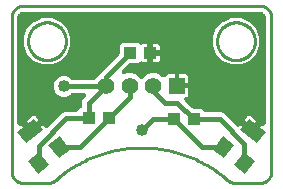
<source format=gtl>
G04 EAGLE Gerber X2 export*
G75*
%MOMM*%
%FSLAX34Y34*%
%LPD*%
%AMOC8*
5,1,8,0,0,1.08239X$1,22.5*%
G01*
%ADD10C,0.000000*%
%ADD11C,0.254000*%
%ADD12R,1.800000X1.200000*%
%ADD13R,1.200000X1.400000*%
%ADD14R,1.100000X1.000000*%
%ADD15R,1.409600X1.409600*%
%ADD16C,1.409600*%
%ADD17C,0.406400*%
%ADD18C,1.016000*%
%ADD19C,0.254000*%

G36*
X202998Y41898D02*
X202998Y41898D01*
X203181Y41905D01*
X203199Y41910D01*
X203216Y41911D01*
X203394Y41957D01*
X203572Y42001D01*
X203589Y42008D01*
X203606Y42013D01*
X203770Y42093D01*
X203937Y42171D01*
X203951Y42182D01*
X203967Y42190D01*
X204113Y42301D01*
X204261Y42410D01*
X204273Y42424D01*
X204287Y42435D01*
X204450Y42615D01*
X204563Y42547D01*
X204719Y42451D01*
X204736Y42444D01*
X204751Y42435D01*
X204924Y42374D01*
X205096Y42310D01*
X205114Y42307D01*
X205131Y42301D01*
X205312Y42276D01*
X205494Y42247D01*
X205512Y42247D01*
X205529Y42245D01*
X205713Y42256D01*
X205896Y42263D01*
X205913Y42267D01*
X205931Y42268D01*
X206109Y42315D01*
X206287Y42358D01*
X206303Y42366D01*
X206321Y42370D01*
X206485Y42451D01*
X206652Y42529D01*
X206666Y42539D01*
X206682Y42547D01*
X206828Y42659D01*
X206976Y42768D01*
X206988Y42781D01*
X207002Y42792D01*
X207225Y43038D01*
X211835Y49046D01*
X211905Y48991D01*
X211972Y48950D01*
X212032Y48901D01*
X212142Y48844D01*
X212248Y48779D01*
X212320Y48752D01*
X212389Y48716D01*
X212509Y48682D01*
X212625Y48638D01*
X212702Y48626D01*
X212776Y48605D01*
X212900Y48594D01*
X213022Y48575D01*
X213100Y48578D01*
X213178Y48572D01*
X213301Y48586D01*
X213425Y48591D01*
X213500Y48610D01*
X213577Y48619D01*
X213695Y48657D01*
X213816Y48686D01*
X213886Y48719D01*
X213960Y48743D01*
X214068Y48805D01*
X214181Y48857D01*
X214243Y48903D01*
X214311Y48941D01*
X214405Y49022D01*
X214505Y49096D01*
X214557Y49154D01*
X214616Y49205D01*
X214692Y49303D01*
X214775Y49394D01*
X214815Y49461D01*
X214862Y49523D01*
X214918Y49634D01*
X214981Y49740D01*
X215007Y49813D01*
X215042Y49883D01*
X215074Y50003D01*
X215115Y50120D01*
X215126Y50197D01*
X215146Y50272D01*
X215159Y50432D01*
X215172Y50519D01*
X215169Y50555D01*
X215173Y50603D01*
X215173Y140000D01*
X215165Y140078D01*
X215163Y140199D01*
X215103Y140812D01*
X215077Y140942D01*
X215060Y141074D01*
X215036Y141150D01*
X215024Y141207D01*
X214994Y141279D01*
X214958Y141390D01*
X214489Y142523D01*
X214474Y142550D01*
X214464Y142580D01*
X214379Y142728D01*
X214299Y142878D01*
X214279Y142902D01*
X214263Y142929D01*
X214049Y143182D01*
X213182Y144049D01*
X213158Y144069D01*
X213137Y144092D01*
X213002Y144196D01*
X212870Y144304D01*
X212843Y144318D01*
X212818Y144338D01*
X212523Y144489D01*
X211390Y144958D01*
X211263Y144997D01*
X211139Y145044D01*
X211061Y145058D01*
X211005Y145075D01*
X210928Y145082D01*
X210812Y145103D01*
X210199Y145163D01*
X210120Y145163D01*
X210000Y145173D01*
X10000Y145173D01*
X9922Y145165D01*
X9801Y145163D01*
X9188Y145103D01*
X9058Y145077D01*
X8926Y145060D01*
X8850Y145036D01*
X8793Y145024D01*
X8721Y144994D01*
X8610Y144958D01*
X7477Y144489D01*
X7450Y144474D01*
X7420Y144464D01*
X7272Y144379D01*
X7122Y144299D01*
X7098Y144279D01*
X7071Y144263D01*
X6818Y144049D01*
X5951Y143182D01*
X5931Y143158D01*
X5908Y143137D01*
X5804Y143002D01*
X5696Y142870D01*
X5681Y142843D01*
X5662Y142818D01*
X5511Y142523D01*
X5042Y141390D01*
X5003Y141263D01*
X4956Y141139D01*
X4942Y141060D01*
X4925Y141005D01*
X4918Y140928D01*
X4897Y140812D01*
X4837Y140199D01*
X4837Y140120D01*
X4827Y140000D01*
X4827Y50630D01*
X4834Y50553D01*
X4833Y50475D01*
X4854Y50353D01*
X4867Y50230D01*
X4889Y50155D01*
X4903Y50079D01*
X4948Y49963D01*
X4985Y49845D01*
X5022Y49776D01*
X5050Y49704D01*
X5118Y49600D01*
X5177Y49491D01*
X5226Y49431D01*
X5268Y49366D01*
X5355Y49277D01*
X5434Y49182D01*
X5495Y49133D01*
X5549Y49077D01*
X5651Y49007D01*
X5748Y48929D01*
X5817Y48893D01*
X5881Y48849D01*
X5995Y48801D01*
X6105Y48744D01*
X6180Y48722D01*
X6252Y48692D01*
X6373Y48667D01*
X6492Y48632D01*
X6570Y48626D01*
X6646Y48610D01*
X6770Y48610D01*
X6894Y48599D01*
X6971Y48608D01*
X7048Y48608D01*
X7170Y48632D01*
X7293Y48646D01*
X7367Y48670D01*
X7444Y48685D01*
X7558Y48733D01*
X7676Y48771D01*
X7744Y48809D01*
X7816Y48839D01*
X7951Y48926D01*
X8027Y48969D01*
X8055Y48993D01*
X8095Y49019D01*
X8129Y49046D01*
X12739Y43038D01*
X12751Y43025D01*
X12761Y43010D01*
X12889Y42878D01*
X13015Y42744D01*
X13029Y42734D01*
X13042Y42721D01*
X13194Y42617D01*
X13343Y42511D01*
X13359Y42504D01*
X13374Y42493D01*
X13544Y42421D01*
X13710Y42347D01*
X13728Y42343D01*
X13744Y42336D01*
X13924Y42299D01*
X14103Y42258D01*
X14121Y42258D01*
X14138Y42254D01*
X14322Y42253D01*
X14506Y42249D01*
X14523Y42252D01*
X14541Y42252D01*
X14722Y42287D01*
X14902Y42319D01*
X14919Y42326D01*
X14936Y42329D01*
X15106Y42399D01*
X15277Y42467D01*
X15292Y42476D01*
X15308Y42483D01*
X15513Y42615D01*
X15604Y42521D01*
X15730Y42387D01*
X15744Y42376D01*
X15757Y42364D01*
X15908Y42260D01*
X16058Y42153D01*
X16074Y42146D01*
X16089Y42136D01*
X16258Y42064D01*
X16425Y41989D01*
X16443Y41985D01*
X16459Y41978D01*
X16639Y41941D01*
X16818Y41901D01*
X16836Y41900D01*
X16853Y41897D01*
X17037Y41896D01*
X17221Y41892D01*
X17238Y41895D01*
X17256Y41895D01*
X17437Y41930D01*
X17617Y41962D01*
X17634Y41969D01*
X17651Y41972D01*
X17821Y42042D01*
X17992Y42109D01*
X18007Y42119D01*
X18023Y42126D01*
X18302Y42305D01*
X26690Y48742D01*
X27673Y47460D01*
X27776Y47350D01*
X27874Y47236D01*
X27914Y47204D01*
X27949Y47167D01*
X28071Y47079D01*
X28189Y46986D01*
X28235Y46963D01*
X28277Y46933D01*
X28414Y46872D01*
X28548Y46804D01*
X28598Y46790D01*
X28644Y46769D01*
X28791Y46736D01*
X28936Y46696D01*
X28987Y46692D01*
X29037Y46681D01*
X29187Y46677D01*
X29338Y46666D01*
X29389Y46673D01*
X29439Y46671D01*
X29587Y46698D01*
X29737Y46717D01*
X29786Y46733D01*
X29836Y46742D01*
X29976Y46797D01*
X30119Y46845D01*
X30163Y46870D01*
X30211Y46889D01*
X30337Y46971D01*
X30468Y47046D01*
X30512Y47083D01*
X30549Y47107D01*
X30610Y47167D01*
X30721Y47260D01*
X42808Y59348D01*
X44862Y60199D01*
X54377Y60199D01*
X54404Y60201D01*
X54431Y60199D01*
X54605Y60221D01*
X54778Y60239D01*
X54803Y60246D01*
X54830Y60250D01*
X54996Y60305D01*
X55163Y60357D01*
X55186Y60370D01*
X55212Y60378D01*
X55363Y60465D01*
X55517Y60549D01*
X55537Y60566D01*
X55561Y60579D01*
X55814Y60794D01*
X58614Y63594D01*
X58772Y63683D01*
X58934Y63771D01*
X58947Y63782D01*
X58963Y63791D01*
X59102Y63911D01*
X59243Y64028D01*
X59254Y64042D01*
X59268Y64054D01*
X59380Y64199D01*
X59495Y64342D01*
X59503Y64358D01*
X59514Y64372D01*
X59596Y64537D01*
X59681Y64699D01*
X59686Y64716D01*
X59694Y64732D01*
X59741Y64911D01*
X59792Y65086D01*
X59794Y65104D01*
X59798Y65121D01*
X59825Y65452D01*
X59825Y68840D01*
X60676Y70894D01*
X62514Y72732D01*
X62520Y72739D01*
X62527Y72744D01*
X62647Y72894D01*
X62769Y73043D01*
X62773Y73051D01*
X62779Y73058D01*
X62867Y73228D01*
X62958Y73399D01*
X62960Y73408D01*
X62964Y73415D01*
X63017Y73600D01*
X63073Y73785D01*
X63073Y73794D01*
X63076Y73802D01*
X63091Y73993D01*
X63109Y74186D01*
X63108Y74195D01*
X63109Y74204D01*
X63086Y74393D01*
X63066Y74586D01*
X63063Y74595D01*
X63062Y74603D01*
X63002Y74785D01*
X62944Y74970D01*
X62940Y74978D01*
X62937Y74986D01*
X62843Y75153D01*
X62749Y75322D01*
X62743Y75329D01*
X62739Y75337D01*
X62614Y75482D01*
X62489Y75629D01*
X62482Y75635D01*
X62476Y75642D01*
X62324Y75759D01*
X62173Y75879D01*
X62165Y75883D01*
X62158Y75888D01*
X61986Y75974D01*
X61814Y76061D01*
X61805Y76064D01*
X61797Y76068D01*
X61611Y76118D01*
X61426Y76169D01*
X61417Y76170D01*
X61408Y76172D01*
X61078Y76199D01*
X51663Y76199D01*
X51636Y76197D01*
X51610Y76199D01*
X51436Y76177D01*
X51262Y76159D01*
X51237Y76152D01*
X51210Y76148D01*
X51044Y76093D01*
X50877Y76041D01*
X50854Y76028D01*
X50828Y76020D01*
X50677Y75933D01*
X50523Y75849D01*
X50503Y75832D01*
X50480Y75819D01*
X50227Y75604D01*
X49088Y74466D01*
X45914Y73151D01*
X42478Y73151D01*
X39304Y74466D01*
X36874Y76896D01*
X35559Y80070D01*
X35559Y83506D01*
X36874Y86680D01*
X39304Y89110D01*
X42478Y90425D01*
X45914Y90425D01*
X49088Y89110D01*
X50227Y87972D01*
X50247Y87955D01*
X50265Y87934D01*
X50403Y87827D01*
X50538Y87717D01*
X50562Y87704D01*
X50583Y87688D01*
X50740Y87610D01*
X50894Y87528D01*
X50919Y87520D01*
X50943Y87508D01*
X51113Y87463D01*
X51280Y87413D01*
X51306Y87411D01*
X51332Y87404D01*
X51663Y87377D01*
X69251Y87377D01*
X69273Y87379D01*
X69295Y87377D01*
X69473Y87399D01*
X69651Y87417D01*
X69673Y87423D01*
X69695Y87426D01*
X69866Y87482D01*
X70036Y87535D01*
X70056Y87545D01*
X70077Y87552D01*
X70233Y87641D01*
X70390Y87727D01*
X70407Y87741D01*
X70427Y87752D01*
X70562Y87870D01*
X70700Y87984D01*
X70714Y88002D01*
X70730Y88016D01*
X70815Y88126D01*
X73975Y91286D01*
X74041Y91314D01*
X74064Y91326D01*
X74090Y91335D01*
X74241Y91421D01*
X74396Y91504D01*
X74416Y91521D01*
X74440Y91534D01*
X74571Y91649D01*
X74706Y91760D01*
X74723Y91781D01*
X74743Y91799D01*
X74850Y91937D01*
X74960Y92073D01*
X74972Y92097D01*
X74989Y92118D01*
X75140Y92413D01*
X75244Y92664D01*
X90814Y108234D01*
X90831Y108255D01*
X90852Y108272D01*
X90959Y108410D01*
X91069Y108546D01*
X91082Y108569D01*
X91098Y108590D01*
X91176Y108747D01*
X91258Y108901D01*
X91266Y108927D01*
X91278Y108951D01*
X91323Y109120D01*
X91373Y109287D01*
X91375Y109314D01*
X91382Y109340D01*
X91409Y109670D01*
X91409Y116455D01*
X93493Y118539D01*
X107439Y118539D01*
X108389Y117589D01*
X108509Y117491D01*
X108624Y117387D01*
X108664Y117363D01*
X108700Y117334D01*
X108837Y117261D01*
X108971Y117182D01*
X109015Y117167D01*
X109056Y117145D01*
X109205Y117101D01*
X109351Y117050D01*
X109397Y117044D01*
X109442Y117031D01*
X109597Y117017D01*
X109750Y116995D01*
X109797Y116998D01*
X109843Y116994D01*
X109997Y117011D01*
X110152Y117021D01*
X110197Y117033D01*
X110243Y117038D01*
X110391Y117084D01*
X110541Y117124D01*
X110588Y117147D01*
X110627Y117159D01*
X110703Y117201D01*
X110841Y117266D01*
X110985Y117350D01*
X111631Y117523D01*
X114967Y117523D01*
X114967Y110450D01*
X114968Y110432D01*
X114967Y110415D01*
X114988Y110232D01*
X115007Y110050D01*
X115012Y110033D01*
X115014Y110015D01*
X115027Y109974D01*
X115000Y109880D01*
X114998Y109862D01*
X114994Y109845D01*
X114967Y109514D01*
X114967Y102441D01*
X111631Y102441D01*
X110985Y102614D01*
X110841Y102698D01*
X110699Y102762D01*
X110561Y102832D01*
X110517Y102844D01*
X110474Y102864D01*
X110323Y102898D01*
X110173Y102940D01*
X110127Y102943D01*
X110082Y102954D01*
X109927Y102958D01*
X109772Y102969D01*
X109726Y102963D01*
X109679Y102965D01*
X109526Y102938D01*
X109372Y102919D01*
X109328Y102904D01*
X109282Y102896D01*
X109138Y102840D01*
X108991Y102791D01*
X108950Y102767D01*
X108907Y102751D01*
X108776Y102667D01*
X108642Y102590D01*
X108602Y102556D01*
X108568Y102534D01*
X108505Y102474D01*
X108389Y102375D01*
X107439Y101425D01*
X100654Y101425D01*
X100628Y101423D01*
X100601Y101425D01*
X100427Y101403D01*
X100254Y101385D01*
X100228Y101378D01*
X100202Y101374D01*
X100036Y101319D01*
X99869Y101267D01*
X99845Y101254D01*
X99820Y101246D01*
X99668Y101159D01*
X99515Y101075D01*
X99494Y101058D01*
X99471Y101045D01*
X99218Y100830D01*
X93853Y95466D01*
X93851Y95462D01*
X93847Y95459D01*
X93722Y95306D01*
X93598Y95154D01*
X93596Y95150D01*
X93593Y95147D01*
X93499Y94968D01*
X93410Y94799D01*
X93409Y94794D01*
X93406Y94790D01*
X93351Y94600D01*
X93295Y94413D01*
X93295Y94408D01*
X93293Y94404D01*
X93277Y94211D01*
X93259Y94012D01*
X93259Y94007D01*
X93259Y94003D01*
X93280Y93813D01*
X93302Y93611D01*
X93303Y93607D01*
X93304Y93603D01*
X93363Y93420D01*
X93424Y93228D01*
X93426Y93224D01*
X93427Y93219D01*
X93523Y93047D01*
X93618Y92875D01*
X93621Y92872D01*
X93623Y92868D01*
X93753Y92716D01*
X93879Y92568D01*
X93882Y92565D01*
X93885Y92562D01*
X94041Y92440D01*
X94195Y92319D01*
X94199Y92317D01*
X94202Y92314D01*
X94379Y92225D01*
X94554Y92136D01*
X94558Y92135D01*
X94562Y92133D01*
X94752Y92081D01*
X94942Y92028D01*
X94946Y92028D01*
X94950Y92027D01*
X95143Y92014D01*
X95343Y91999D01*
X95348Y92000D01*
X95352Y91999D01*
X95545Y92024D01*
X95743Y92049D01*
X95747Y92051D01*
X95751Y92051D01*
X96067Y92153D01*
X97873Y92901D01*
X102091Y92901D01*
X105989Y91286D01*
X108546Y88730D01*
X108560Y88718D01*
X108571Y88705D01*
X108715Y88591D01*
X108857Y88475D01*
X108873Y88466D01*
X108887Y88455D01*
X109051Y88372D01*
X109213Y88286D01*
X109230Y88281D01*
X109246Y88273D01*
X109423Y88223D01*
X109599Y88171D01*
X109617Y88170D01*
X109634Y88165D01*
X109817Y88151D01*
X110000Y88135D01*
X110018Y88137D01*
X110035Y88135D01*
X110217Y88158D01*
X110400Y88178D01*
X110417Y88184D01*
X110435Y88186D01*
X110609Y88244D01*
X110784Y88300D01*
X110800Y88308D01*
X110816Y88314D01*
X110975Y88406D01*
X111136Y88495D01*
X111150Y88506D01*
X111165Y88515D01*
X111418Y88730D01*
X113975Y91286D01*
X117873Y92901D01*
X122091Y92901D01*
X125989Y91286D01*
X127371Y89904D01*
X127435Y89852D01*
X127492Y89793D01*
X127590Y89725D01*
X127683Y89649D01*
X127755Y89611D01*
X127823Y89564D01*
X127933Y89517D01*
X128038Y89461D01*
X128117Y89437D01*
X128193Y89405D01*
X128309Y89380D01*
X128424Y89346D01*
X128506Y89338D01*
X128586Y89321D01*
X128706Y89320D01*
X128825Y89309D01*
X128907Y89318D01*
X128989Y89317D01*
X129107Y89340D01*
X129225Y89353D01*
X129304Y89378D01*
X129385Y89393D01*
X129495Y89438D01*
X129609Y89474D01*
X129681Y89514D01*
X129757Y89545D01*
X129857Y89611D01*
X129962Y89669D01*
X130024Y89722D01*
X130093Y89768D01*
X130177Y89852D01*
X130269Y89930D01*
X130320Y89994D01*
X130378Y90052D01*
X130464Y90177D01*
X130518Y90245D01*
X130537Y90282D01*
X130567Y90325D01*
X130901Y90904D01*
X131374Y91377D01*
X131953Y91712D01*
X132599Y91885D01*
X137951Y91885D01*
X137951Y82296D01*
X137952Y82279D01*
X137951Y82261D01*
X137972Y82078D01*
X137990Y81896D01*
X137996Y81879D01*
X137998Y81861D01*
X138055Y81686D01*
X138109Y81511D01*
X138117Y81495D01*
X138123Y81478D01*
X138213Y81318D01*
X138300Y81157D01*
X138312Y81143D01*
X138321Y81128D01*
X138441Y80988D01*
X138558Y80848D01*
X138558Y80847D01*
X138559Y80847D01*
X138572Y80836D01*
X138584Y80823D01*
X138584Y80822D01*
X138729Y80710D01*
X138872Y80595D01*
X138888Y80586D01*
X138902Y80576D01*
X139067Y80494D01*
X139230Y80409D01*
X139247Y80404D01*
X139263Y80396D01*
X139441Y80348D01*
X139617Y80298D01*
X139634Y80296D01*
X139652Y80292D01*
X139982Y80265D01*
X149571Y80265D01*
X149571Y74913D01*
X149398Y74267D01*
X149063Y73688D01*
X148590Y73215D01*
X148011Y72880D01*
X147790Y72821D01*
X147653Y72769D01*
X147513Y72725D01*
X147465Y72699D01*
X147413Y72679D01*
X147289Y72601D01*
X147161Y72531D01*
X147119Y72495D01*
X147072Y72465D01*
X146965Y72364D01*
X146854Y72270D01*
X146820Y72227D01*
X146779Y72188D01*
X146695Y72069D01*
X146604Y71954D01*
X146579Y71905D01*
X146547Y71859D01*
X146488Y71726D01*
X146422Y71595D01*
X146407Y71542D01*
X146385Y71491D01*
X146353Y71348D01*
X146314Y71207D01*
X146310Y71152D01*
X146298Y71098D01*
X146295Y70952D01*
X146285Y70806D01*
X146292Y70751D01*
X146291Y70695D01*
X146317Y70552D01*
X146335Y70406D01*
X146353Y70354D01*
X146363Y70299D01*
X146417Y70163D01*
X146463Y70025D01*
X146491Y69977D01*
X146511Y69925D01*
X146591Y69803D01*
X146664Y69676D01*
X146705Y69628D01*
X146731Y69588D01*
X146790Y69528D01*
X146879Y69423D01*
X153048Y63254D01*
X153069Y63237D01*
X153086Y63216D01*
X153224Y63109D01*
X153360Y62999D01*
X153383Y62986D01*
X153404Y62970D01*
X153561Y62892D01*
X153715Y62810D01*
X153741Y62802D01*
X153765Y62790D01*
X153934Y62745D01*
X154101Y62695D01*
X154128Y62693D01*
X154154Y62686D01*
X154484Y62659D01*
X161269Y62659D01*
X163642Y60286D01*
X163663Y60269D01*
X163680Y60248D01*
X163818Y60141D01*
X163954Y60031D01*
X163977Y60018D01*
X163999Y60002D01*
X164155Y59924D01*
X164309Y59842D01*
X164335Y59834D01*
X164359Y59822D01*
X164528Y59777D01*
X164695Y59727D01*
X164722Y59725D01*
X164748Y59718D01*
X165079Y59691D01*
X177388Y59691D01*
X179442Y58840D01*
X190015Y48267D01*
X190132Y48171D01*
X190243Y48070D01*
X190287Y48044D01*
X190327Y48011D01*
X190459Y47941D01*
X190589Y47864D01*
X190637Y47847D01*
X190682Y47823D01*
X190827Y47780D01*
X190969Y47730D01*
X191019Y47723D01*
X191068Y47708D01*
X191219Y47694D01*
X191367Y47673D01*
X191418Y47676D01*
X191469Y47672D01*
X191619Y47688D01*
X191769Y47697D01*
X191819Y47710D01*
X191869Y47715D01*
X192013Y47761D01*
X192159Y47799D01*
X192205Y47821D01*
X192253Y47837D01*
X192385Y47909D01*
X192520Y47976D01*
X192561Y48007D01*
X192606Y48031D01*
X192720Y48129D01*
X192840Y48220D01*
X192879Y48263D01*
X192913Y48292D01*
X192966Y48359D01*
X193063Y48466D01*
X193274Y48742D01*
X201662Y42305D01*
X201677Y42296D01*
X201690Y42284D01*
X201848Y42190D01*
X202004Y42093D01*
X202021Y42087D01*
X202036Y42078D01*
X202209Y42017D01*
X202381Y41953D01*
X202399Y41950D01*
X202416Y41944D01*
X202598Y41918D01*
X202779Y41889D01*
X202797Y41890D01*
X202814Y41887D01*
X202998Y41898D01*
G37*
%LPC*%
G36*
X186110Y100443D02*
X186110Y100443D01*
X178922Y103421D01*
X173421Y108922D01*
X170443Y116110D01*
X170443Y123890D01*
X173421Y131078D01*
X178922Y136579D01*
X181175Y137512D01*
X181175Y137513D01*
X186078Y139544D01*
X186079Y139544D01*
X186110Y139557D01*
X193890Y139557D01*
X201078Y136579D01*
X206579Y131078D01*
X209557Y123890D01*
X209557Y116110D01*
X206579Y108922D01*
X201078Y103421D01*
X199254Y102665D01*
X194350Y100634D01*
X193890Y100443D01*
X186110Y100443D01*
G37*
%LPD*%
%LPC*%
G36*
X26110Y100443D02*
X26110Y100443D01*
X18922Y103421D01*
X13421Y108922D01*
X10443Y116110D01*
X10443Y123890D01*
X13421Y131078D01*
X18922Y136579D01*
X21175Y137512D01*
X21175Y137513D01*
X26078Y139544D01*
X26079Y139544D01*
X26110Y139557D01*
X33890Y139557D01*
X41078Y136579D01*
X46579Y131078D01*
X49557Y123890D01*
X49557Y116110D01*
X46579Y108922D01*
X41078Y103421D01*
X39254Y102665D01*
X34350Y100634D01*
X33890Y100443D01*
X26110Y100443D01*
G37*
%LPD*%
%LPC*%
G36*
X142013Y84327D02*
X142013Y84327D01*
X142013Y91885D01*
X147365Y91885D01*
X148011Y91712D01*
X148590Y91377D01*
X149063Y90904D01*
X149398Y90325D01*
X149571Y89679D01*
X149571Y84327D01*
X142013Y84327D01*
G37*
%LPD*%
%LPC*%
G36*
X196926Y53501D02*
X196926Y53501D01*
X198956Y56147D01*
X199487Y56554D01*
X200105Y56810D01*
X200768Y56897D01*
X201432Y56810D01*
X202050Y56554D01*
X207076Y52697D01*
X203702Y48301D01*
X196926Y53501D01*
G37*
%LPD*%
%LPC*%
G36*
X12888Y52697D02*
X12888Y52697D01*
X17914Y56554D01*
X18532Y56810D01*
X19196Y56897D01*
X19859Y56810D01*
X20477Y56554D01*
X21008Y56147D01*
X23038Y53501D01*
X16262Y48301D01*
X12888Y52697D01*
G37*
%LPD*%
%LPC*%
G36*
X119965Y112481D02*
X119965Y112481D01*
X119965Y117523D01*
X123301Y117523D01*
X123947Y117350D01*
X124526Y117015D01*
X124999Y116542D01*
X125334Y115963D01*
X125507Y115316D01*
X125507Y112481D01*
X119965Y112481D01*
G37*
%LPD*%
%LPC*%
G36*
X119965Y102441D02*
X119965Y102441D01*
X119965Y107483D01*
X125507Y107483D01*
X125507Y104647D01*
X125334Y104001D01*
X124999Y103422D01*
X124526Y102949D01*
X123947Y102614D01*
X123301Y102441D01*
X119965Y102441D01*
G37*
%LPD*%
D10*
X174000Y120000D02*
X174005Y120393D01*
X174019Y120785D01*
X174043Y121177D01*
X174077Y121568D01*
X174120Y121959D01*
X174173Y122348D01*
X174236Y122735D01*
X174307Y123121D01*
X174389Y123506D01*
X174479Y123888D01*
X174580Y124267D01*
X174689Y124645D01*
X174808Y125019D01*
X174935Y125390D01*
X175072Y125758D01*
X175218Y126123D01*
X175373Y126484D01*
X175536Y126841D01*
X175708Y127194D01*
X175889Y127542D01*
X176079Y127886D01*
X176276Y128226D01*
X176482Y128560D01*
X176696Y128889D01*
X176919Y129213D01*
X177149Y129531D01*
X177386Y129844D01*
X177632Y130150D01*
X177885Y130451D01*
X178145Y130745D01*
X178412Y131033D01*
X178686Y131314D01*
X178967Y131588D01*
X179255Y131855D01*
X179549Y132115D01*
X179850Y132368D01*
X180156Y132614D01*
X180469Y132851D01*
X180787Y133081D01*
X181111Y133304D01*
X181440Y133518D01*
X181774Y133724D01*
X182114Y133921D01*
X182458Y134111D01*
X182806Y134292D01*
X183159Y134464D01*
X183516Y134627D01*
X183877Y134782D01*
X184242Y134928D01*
X184610Y135065D01*
X184981Y135192D01*
X185355Y135311D01*
X185733Y135420D01*
X186112Y135521D01*
X186494Y135611D01*
X186879Y135693D01*
X187265Y135764D01*
X187652Y135827D01*
X188041Y135880D01*
X188432Y135923D01*
X188823Y135957D01*
X189215Y135981D01*
X189607Y135995D01*
X190000Y136000D01*
X190393Y135995D01*
X190785Y135981D01*
X191177Y135957D01*
X191568Y135923D01*
X191959Y135880D01*
X192348Y135827D01*
X192735Y135764D01*
X193121Y135693D01*
X193506Y135611D01*
X193888Y135521D01*
X194267Y135420D01*
X194645Y135311D01*
X195019Y135192D01*
X195390Y135065D01*
X195758Y134928D01*
X196123Y134782D01*
X196484Y134627D01*
X196841Y134464D01*
X197194Y134292D01*
X197542Y134111D01*
X197886Y133921D01*
X198226Y133724D01*
X198560Y133518D01*
X198889Y133304D01*
X199213Y133081D01*
X199531Y132851D01*
X199844Y132614D01*
X200150Y132368D01*
X200451Y132115D01*
X200745Y131855D01*
X201033Y131588D01*
X201314Y131314D01*
X201588Y131033D01*
X201855Y130745D01*
X202115Y130451D01*
X202368Y130150D01*
X202614Y129844D01*
X202851Y129531D01*
X203081Y129213D01*
X203304Y128889D01*
X203518Y128560D01*
X203724Y128226D01*
X203921Y127886D01*
X204111Y127542D01*
X204292Y127194D01*
X204464Y126841D01*
X204627Y126484D01*
X204782Y126123D01*
X204928Y125758D01*
X205065Y125390D01*
X205192Y125019D01*
X205311Y124645D01*
X205420Y124267D01*
X205521Y123888D01*
X205611Y123506D01*
X205693Y123121D01*
X205764Y122735D01*
X205827Y122348D01*
X205880Y121959D01*
X205923Y121568D01*
X205957Y121177D01*
X205981Y120785D01*
X205995Y120393D01*
X206000Y120000D01*
X205995Y119607D01*
X205981Y119215D01*
X205957Y118823D01*
X205923Y118432D01*
X205880Y118041D01*
X205827Y117652D01*
X205764Y117265D01*
X205693Y116879D01*
X205611Y116494D01*
X205521Y116112D01*
X205420Y115733D01*
X205311Y115355D01*
X205192Y114981D01*
X205065Y114610D01*
X204928Y114242D01*
X204782Y113877D01*
X204627Y113516D01*
X204464Y113159D01*
X204292Y112806D01*
X204111Y112458D01*
X203921Y112114D01*
X203724Y111774D01*
X203518Y111440D01*
X203304Y111111D01*
X203081Y110787D01*
X202851Y110469D01*
X202614Y110156D01*
X202368Y109850D01*
X202115Y109549D01*
X201855Y109255D01*
X201588Y108967D01*
X201314Y108686D01*
X201033Y108412D01*
X200745Y108145D01*
X200451Y107885D01*
X200150Y107632D01*
X199844Y107386D01*
X199531Y107149D01*
X199213Y106919D01*
X198889Y106696D01*
X198560Y106482D01*
X198226Y106276D01*
X197886Y106079D01*
X197542Y105889D01*
X197194Y105708D01*
X196841Y105536D01*
X196484Y105373D01*
X196123Y105218D01*
X195758Y105072D01*
X195390Y104935D01*
X195019Y104808D01*
X194645Y104689D01*
X194267Y104580D01*
X193888Y104479D01*
X193506Y104389D01*
X193121Y104307D01*
X192735Y104236D01*
X192348Y104173D01*
X191959Y104120D01*
X191568Y104077D01*
X191177Y104043D01*
X190785Y104019D01*
X190393Y104005D01*
X190000Y104000D01*
X189607Y104005D01*
X189215Y104019D01*
X188823Y104043D01*
X188432Y104077D01*
X188041Y104120D01*
X187652Y104173D01*
X187265Y104236D01*
X186879Y104307D01*
X186494Y104389D01*
X186112Y104479D01*
X185733Y104580D01*
X185355Y104689D01*
X184981Y104808D01*
X184610Y104935D01*
X184242Y105072D01*
X183877Y105218D01*
X183516Y105373D01*
X183159Y105536D01*
X182806Y105708D01*
X182458Y105889D01*
X182114Y106079D01*
X181774Y106276D01*
X181440Y106482D01*
X181111Y106696D01*
X180787Y106919D01*
X180469Y107149D01*
X180156Y107386D01*
X179850Y107632D01*
X179549Y107885D01*
X179255Y108145D01*
X178967Y108412D01*
X178686Y108686D01*
X178412Y108967D01*
X178145Y109255D01*
X177885Y109549D01*
X177632Y109850D01*
X177386Y110156D01*
X177149Y110469D01*
X176919Y110787D01*
X176696Y111111D01*
X176482Y111440D01*
X176276Y111774D01*
X176079Y112114D01*
X175889Y112458D01*
X175708Y112806D01*
X175536Y113159D01*
X175373Y113516D01*
X175218Y113877D01*
X175072Y114242D01*
X174935Y114610D01*
X174808Y114981D01*
X174689Y115355D01*
X174580Y115733D01*
X174479Y116112D01*
X174389Y116494D01*
X174307Y116879D01*
X174236Y117265D01*
X174173Y117652D01*
X174120Y118041D01*
X174077Y118432D01*
X174043Y118823D01*
X174019Y119215D01*
X174005Y119607D01*
X174000Y120000D01*
X14000Y120000D02*
X14005Y120393D01*
X14019Y120785D01*
X14043Y121177D01*
X14077Y121568D01*
X14120Y121959D01*
X14173Y122348D01*
X14236Y122735D01*
X14307Y123121D01*
X14389Y123506D01*
X14479Y123888D01*
X14580Y124267D01*
X14689Y124645D01*
X14808Y125019D01*
X14935Y125390D01*
X15072Y125758D01*
X15218Y126123D01*
X15373Y126484D01*
X15536Y126841D01*
X15708Y127194D01*
X15889Y127542D01*
X16079Y127886D01*
X16276Y128226D01*
X16482Y128560D01*
X16696Y128889D01*
X16919Y129213D01*
X17149Y129531D01*
X17386Y129844D01*
X17632Y130150D01*
X17885Y130451D01*
X18145Y130745D01*
X18412Y131033D01*
X18686Y131314D01*
X18967Y131588D01*
X19255Y131855D01*
X19549Y132115D01*
X19850Y132368D01*
X20156Y132614D01*
X20469Y132851D01*
X20787Y133081D01*
X21111Y133304D01*
X21440Y133518D01*
X21774Y133724D01*
X22114Y133921D01*
X22458Y134111D01*
X22806Y134292D01*
X23159Y134464D01*
X23516Y134627D01*
X23877Y134782D01*
X24242Y134928D01*
X24610Y135065D01*
X24981Y135192D01*
X25355Y135311D01*
X25733Y135420D01*
X26112Y135521D01*
X26494Y135611D01*
X26879Y135693D01*
X27265Y135764D01*
X27652Y135827D01*
X28041Y135880D01*
X28432Y135923D01*
X28823Y135957D01*
X29215Y135981D01*
X29607Y135995D01*
X30000Y136000D01*
X30393Y135995D01*
X30785Y135981D01*
X31177Y135957D01*
X31568Y135923D01*
X31959Y135880D01*
X32348Y135827D01*
X32735Y135764D01*
X33121Y135693D01*
X33506Y135611D01*
X33888Y135521D01*
X34267Y135420D01*
X34645Y135311D01*
X35019Y135192D01*
X35390Y135065D01*
X35758Y134928D01*
X36123Y134782D01*
X36484Y134627D01*
X36841Y134464D01*
X37194Y134292D01*
X37542Y134111D01*
X37886Y133921D01*
X38226Y133724D01*
X38560Y133518D01*
X38889Y133304D01*
X39213Y133081D01*
X39531Y132851D01*
X39844Y132614D01*
X40150Y132368D01*
X40451Y132115D01*
X40745Y131855D01*
X41033Y131588D01*
X41314Y131314D01*
X41588Y131033D01*
X41855Y130745D01*
X42115Y130451D01*
X42368Y130150D01*
X42614Y129844D01*
X42851Y129531D01*
X43081Y129213D01*
X43304Y128889D01*
X43518Y128560D01*
X43724Y128226D01*
X43921Y127886D01*
X44111Y127542D01*
X44292Y127194D01*
X44464Y126841D01*
X44627Y126484D01*
X44782Y126123D01*
X44928Y125758D01*
X45065Y125390D01*
X45192Y125019D01*
X45311Y124645D01*
X45420Y124267D01*
X45521Y123888D01*
X45611Y123506D01*
X45693Y123121D01*
X45764Y122735D01*
X45827Y122348D01*
X45880Y121959D01*
X45923Y121568D01*
X45957Y121177D01*
X45981Y120785D01*
X45995Y120393D01*
X46000Y120000D01*
X45995Y119607D01*
X45981Y119215D01*
X45957Y118823D01*
X45923Y118432D01*
X45880Y118041D01*
X45827Y117652D01*
X45764Y117265D01*
X45693Y116879D01*
X45611Y116494D01*
X45521Y116112D01*
X45420Y115733D01*
X45311Y115355D01*
X45192Y114981D01*
X45065Y114610D01*
X44928Y114242D01*
X44782Y113877D01*
X44627Y113516D01*
X44464Y113159D01*
X44292Y112806D01*
X44111Y112458D01*
X43921Y112114D01*
X43724Y111774D01*
X43518Y111440D01*
X43304Y111111D01*
X43081Y110787D01*
X42851Y110469D01*
X42614Y110156D01*
X42368Y109850D01*
X42115Y109549D01*
X41855Y109255D01*
X41588Y108967D01*
X41314Y108686D01*
X41033Y108412D01*
X40745Y108145D01*
X40451Y107885D01*
X40150Y107632D01*
X39844Y107386D01*
X39531Y107149D01*
X39213Y106919D01*
X38889Y106696D01*
X38560Y106482D01*
X38226Y106276D01*
X37886Y106079D01*
X37542Y105889D01*
X37194Y105708D01*
X36841Y105536D01*
X36484Y105373D01*
X36123Y105218D01*
X35758Y105072D01*
X35390Y104935D01*
X35019Y104808D01*
X34645Y104689D01*
X34267Y104580D01*
X33888Y104479D01*
X33506Y104389D01*
X33121Y104307D01*
X32735Y104236D01*
X32348Y104173D01*
X31959Y104120D01*
X31568Y104077D01*
X31177Y104043D01*
X30785Y104019D01*
X30393Y104005D01*
X30000Y104000D01*
X29607Y104005D01*
X29215Y104019D01*
X28823Y104043D01*
X28432Y104077D01*
X28041Y104120D01*
X27652Y104173D01*
X27265Y104236D01*
X26879Y104307D01*
X26494Y104389D01*
X26112Y104479D01*
X25733Y104580D01*
X25355Y104689D01*
X24981Y104808D01*
X24610Y104935D01*
X24242Y105072D01*
X23877Y105218D01*
X23516Y105373D01*
X23159Y105536D01*
X22806Y105708D01*
X22458Y105889D01*
X22114Y106079D01*
X21774Y106276D01*
X21440Y106482D01*
X21111Y106696D01*
X20787Y106919D01*
X20469Y107149D01*
X20156Y107386D01*
X19850Y107632D01*
X19549Y107885D01*
X19255Y108145D01*
X18967Y108412D01*
X18686Y108686D01*
X18412Y108967D01*
X18145Y109255D01*
X17885Y109549D01*
X17632Y109850D01*
X17386Y110156D01*
X17149Y110469D01*
X16919Y110787D01*
X16696Y111111D01*
X16482Y111440D01*
X16276Y111774D01*
X16079Y112114D01*
X15889Y112458D01*
X15708Y112806D01*
X15536Y113159D01*
X15373Y113516D01*
X15218Y113877D01*
X15072Y114242D01*
X14935Y114610D01*
X14808Y114981D01*
X14689Y115355D01*
X14580Y115733D01*
X14479Y116112D01*
X14389Y116494D01*
X14307Y116879D01*
X14236Y117265D01*
X14173Y117652D01*
X14120Y118041D01*
X14077Y118432D01*
X14043Y118823D01*
X14019Y119215D01*
X14005Y119607D01*
X14000Y120000D01*
D11*
X220000Y140000D02*
X220000Y10000D01*
X220000Y140000D02*
X219997Y140242D01*
X219988Y140483D01*
X219974Y140724D01*
X219953Y140965D01*
X219927Y141205D01*
X219895Y141445D01*
X219857Y141684D01*
X219814Y141921D01*
X219764Y142158D01*
X219709Y142393D01*
X219649Y142627D01*
X219582Y142859D01*
X219511Y143090D01*
X219433Y143319D01*
X219350Y143546D01*
X219262Y143771D01*
X219168Y143994D01*
X219069Y144214D01*
X218964Y144432D01*
X218855Y144647D01*
X218740Y144860D01*
X218620Y145070D01*
X218495Y145276D01*
X218365Y145480D01*
X218230Y145681D01*
X218090Y145878D01*
X217946Y146072D01*
X217797Y146262D01*
X217643Y146448D01*
X217485Y146631D01*
X217323Y146810D01*
X217156Y146985D01*
X216985Y147156D01*
X216810Y147323D01*
X216631Y147485D01*
X216448Y147643D01*
X216262Y147797D01*
X216072Y147946D01*
X215878Y148090D01*
X215681Y148230D01*
X215480Y148365D01*
X215276Y148495D01*
X215070Y148620D01*
X214860Y148740D01*
X214647Y148855D01*
X214432Y148964D01*
X214214Y149069D01*
X213994Y149168D01*
X213771Y149262D01*
X213546Y149350D01*
X213319Y149433D01*
X213090Y149511D01*
X212859Y149582D01*
X212627Y149649D01*
X212393Y149709D01*
X212158Y149764D01*
X211921Y149814D01*
X211684Y149857D01*
X211445Y149895D01*
X211205Y149927D01*
X210965Y149953D01*
X210724Y149974D01*
X210483Y149988D01*
X210242Y149997D01*
X210000Y150000D01*
X10000Y150000D01*
X9758Y149997D01*
X9517Y149988D01*
X9276Y149974D01*
X9035Y149953D01*
X8795Y149927D01*
X8555Y149895D01*
X8316Y149857D01*
X8079Y149814D01*
X7842Y149764D01*
X7607Y149709D01*
X7373Y149649D01*
X7141Y149582D01*
X6910Y149511D01*
X6681Y149433D01*
X6454Y149350D01*
X6229Y149262D01*
X6006Y149168D01*
X5786Y149069D01*
X5568Y148964D01*
X5353Y148855D01*
X5140Y148740D01*
X4930Y148620D01*
X4724Y148495D01*
X4520Y148365D01*
X4319Y148230D01*
X4122Y148090D01*
X3928Y147946D01*
X3738Y147797D01*
X3552Y147643D01*
X3369Y147485D01*
X3190Y147323D01*
X3015Y147156D01*
X2844Y146985D01*
X2677Y146810D01*
X2515Y146631D01*
X2357Y146448D01*
X2203Y146262D01*
X2054Y146072D01*
X1910Y145878D01*
X1770Y145681D01*
X1635Y145480D01*
X1505Y145276D01*
X1380Y145070D01*
X1260Y144860D01*
X1145Y144647D01*
X1036Y144432D01*
X931Y144214D01*
X832Y143994D01*
X738Y143771D01*
X650Y143546D01*
X567Y143319D01*
X489Y143090D01*
X418Y142859D01*
X351Y142627D01*
X291Y142393D01*
X236Y142158D01*
X186Y141921D01*
X143Y141684D01*
X105Y141445D01*
X73Y141205D01*
X47Y140965D01*
X26Y140724D01*
X12Y140483D01*
X3Y140242D01*
X0Y140000D01*
X0Y10000D01*
X3Y9758D01*
X12Y9517D01*
X26Y9276D01*
X47Y9035D01*
X73Y8795D01*
X105Y8555D01*
X143Y8316D01*
X186Y8079D01*
X236Y7842D01*
X291Y7607D01*
X351Y7373D01*
X418Y7141D01*
X489Y6910D01*
X567Y6681D01*
X650Y6454D01*
X738Y6229D01*
X832Y6006D01*
X931Y5786D01*
X1036Y5568D01*
X1145Y5353D01*
X1260Y5140D01*
X1380Y4930D01*
X1505Y4724D01*
X1635Y4520D01*
X1770Y4319D01*
X1910Y4122D01*
X2054Y3928D01*
X2203Y3738D01*
X2357Y3552D01*
X2515Y3369D01*
X2677Y3190D01*
X2844Y3015D01*
X3015Y2844D01*
X3190Y2677D01*
X3369Y2515D01*
X3552Y2357D01*
X3738Y2203D01*
X3928Y2054D01*
X4122Y1910D01*
X4319Y1770D01*
X4520Y1635D01*
X4724Y1505D01*
X4930Y1380D01*
X5140Y1260D01*
X5353Y1145D01*
X5568Y1036D01*
X5786Y931D01*
X6006Y832D01*
X6229Y738D01*
X6454Y650D01*
X6681Y567D01*
X6910Y489D01*
X7141Y418D01*
X7373Y351D01*
X7607Y291D01*
X7842Y236D01*
X8079Y186D01*
X8316Y143D01*
X8555Y105D01*
X8795Y73D01*
X9035Y47D01*
X9276Y26D01*
X9517Y12D01*
X9758Y3D01*
X10000Y0D01*
X30627Y0D01*
X30868Y3D01*
X31108Y12D01*
X31349Y26D01*
X31589Y46D01*
X31828Y72D01*
X32067Y104D01*
X32305Y142D01*
X32542Y185D01*
X32778Y234D01*
X33013Y289D01*
X33246Y349D01*
X33478Y415D01*
X33708Y486D01*
X33936Y563D01*
X34163Y646D01*
X34387Y734D01*
X34609Y827D01*
X34829Y926D01*
X35046Y1029D01*
X35261Y1138D01*
X35473Y1253D01*
X35683Y1372D01*
X35889Y1496D01*
X36092Y1625D01*
X36293Y1760D01*
X36489Y1898D01*
X36683Y2042D01*
X36873Y2190D01*
X37059Y2343D01*
X37242Y2500D01*
X39285Y4258D01*
X41370Y5965D01*
X43496Y7620D01*
X45663Y9223D01*
X47868Y10772D01*
X50110Y12267D01*
X52388Y13706D01*
X54701Y15090D01*
X57047Y16416D01*
X59425Y17684D01*
X61833Y18894D01*
X64270Y20044D01*
X66735Y21134D01*
X69225Y22164D01*
X71740Y23132D01*
X74278Y24038D01*
X76837Y24882D01*
X79417Y25663D01*
X82014Y26380D01*
X84629Y27034D01*
X87258Y27623D01*
X89901Y28148D01*
X92557Y28608D01*
X95223Y29003D01*
X97897Y29332D01*
X100579Y29596D01*
X103267Y29794D01*
X105958Y29926D01*
X108653Y29992D01*
X111347Y29992D01*
X114042Y29926D01*
X116733Y29794D01*
X119421Y29596D01*
X122103Y29332D01*
X124777Y29003D01*
X127443Y28608D01*
X130099Y28148D01*
X132742Y27623D01*
X135371Y27034D01*
X137986Y26380D01*
X140583Y25663D01*
X143163Y24882D01*
X145722Y24038D01*
X148260Y23132D01*
X150775Y22164D01*
X153265Y21134D01*
X155730Y20044D01*
X158167Y18894D01*
X160575Y17684D01*
X162953Y16416D01*
X165299Y15090D01*
X167612Y13706D01*
X169890Y12267D01*
X172132Y10772D01*
X174337Y9223D01*
X176504Y7620D01*
X178630Y5965D01*
X180715Y4258D01*
X182758Y2500D01*
X182941Y2343D01*
X183127Y2190D01*
X183317Y2042D01*
X183511Y1898D01*
X183707Y1760D01*
X183908Y1625D01*
X184111Y1496D01*
X184317Y1372D01*
X184527Y1253D01*
X184739Y1138D01*
X184954Y1029D01*
X185171Y926D01*
X185391Y827D01*
X185613Y734D01*
X185837Y646D01*
X186064Y563D01*
X186292Y486D01*
X186522Y415D01*
X186754Y349D01*
X186987Y289D01*
X187222Y234D01*
X187458Y185D01*
X187695Y142D01*
X187933Y104D01*
X188172Y72D01*
X188411Y46D01*
X188651Y26D01*
X188892Y12D01*
X189132Y3D01*
X189373Y0D01*
X210000Y0D01*
X210242Y3D01*
X210483Y12D01*
X210724Y26D01*
X210965Y47D01*
X211205Y73D01*
X211445Y105D01*
X211684Y143D01*
X211921Y186D01*
X212158Y236D01*
X212393Y291D01*
X212627Y351D01*
X212859Y418D01*
X213090Y489D01*
X213319Y567D01*
X213546Y650D01*
X213771Y738D01*
X213994Y832D01*
X214214Y931D01*
X214432Y1036D01*
X214647Y1145D01*
X214860Y1260D01*
X215070Y1380D01*
X215276Y1505D01*
X215480Y1635D01*
X215681Y1770D01*
X215878Y1910D01*
X216072Y2054D01*
X216262Y2203D01*
X216448Y2357D01*
X216631Y2515D01*
X216810Y2677D01*
X216985Y2844D01*
X217156Y3015D01*
X217323Y3190D01*
X217485Y3369D01*
X217643Y3552D01*
X217797Y3738D01*
X217946Y3928D01*
X218090Y4122D01*
X218230Y4319D01*
X218365Y4520D01*
X218495Y4724D01*
X218620Y4930D01*
X218740Y5140D01*
X218855Y5353D01*
X218964Y5568D01*
X219069Y5786D01*
X219168Y6006D01*
X219262Y6229D01*
X219350Y6454D01*
X219433Y6681D01*
X219511Y6910D01*
X219582Y7141D01*
X219649Y7373D01*
X219709Y7607D01*
X219764Y7842D01*
X219814Y8079D01*
X219857Y8316D01*
X219895Y8555D01*
X219927Y8795D01*
X219953Y9035D01*
X219974Y9276D01*
X219988Y9517D01*
X219997Y9758D01*
X220000Y10000D01*
D12*
G36*
X26500Y44814D02*
X12221Y33858D01*
X4916Y43378D01*
X19195Y54334D01*
X26500Y44814D01*
G37*
D13*
G36*
X49284Y28265D02*
X39765Y20959D01*
X31242Y32065D01*
X40761Y39371D01*
X49284Y28265D01*
G37*
G36*
X31830Y14872D02*
X22311Y7566D01*
X13788Y18672D01*
X23307Y25978D01*
X31830Y14872D01*
G37*
D12*
G36*
X207743Y33858D02*
X193464Y44814D01*
X200769Y54334D01*
X215048Y43378D01*
X207743Y33858D01*
G37*
D13*
G36*
X197653Y7566D02*
X188134Y14872D01*
X196657Y25978D01*
X206176Y18672D01*
X197653Y7566D01*
G37*
G36*
X180199Y20959D02*
X170680Y28265D01*
X179203Y39371D01*
X188722Y32065D01*
X180199Y20959D01*
G37*
D14*
X82414Y54864D03*
X65414Y54864D03*
X154296Y54102D03*
X137296Y54102D03*
X100466Y109982D03*
X117466Y109982D03*
D15*
X139982Y82296D03*
D16*
X119982Y82296D03*
X99982Y82296D03*
X79982Y82296D03*
D17*
X57715Y30165D02*
X40263Y30165D01*
X57715Y30165D02*
X82414Y54864D01*
X99982Y72432D01*
X99982Y82296D01*
X197155Y33223D02*
X197155Y16772D01*
X176276Y54102D02*
X154296Y54102D01*
X176276Y54102D02*
X197155Y33223D01*
X154296Y54102D02*
X140326Y68072D01*
X130048Y68072D01*
X119982Y78138D01*
X119982Y82296D01*
X22809Y31445D02*
X22809Y16772D01*
X22809Y31445D02*
X45974Y54610D01*
X65160Y54610D01*
X65414Y54864D01*
X161233Y30165D02*
X179701Y30165D01*
X161233Y30165D02*
X137296Y54102D01*
X65414Y54864D02*
X65414Y67728D01*
X79982Y82296D01*
X79982Y89498D02*
X100466Y109982D01*
X79982Y89498D02*
X79982Y82296D01*
X119634Y54102D02*
X137296Y54102D01*
X119634Y54102D02*
X110490Y44958D01*
D18*
X110490Y44958D03*
X44196Y81788D03*
D17*
X79474Y81788D01*
X79982Y82296D01*
D19*
X206000Y119476D02*
X205932Y118431D01*
X205795Y117392D01*
X205590Y116365D01*
X205319Y115353D01*
X204983Y114361D01*
X204582Y113393D01*
X204118Y112454D01*
X203595Y111546D01*
X203013Y110675D01*
X202375Y109844D01*
X201684Y109057D01*
X200943Y108316D01*
X200156Y107625D01*
X199325Y106988D01*
X198454Y106406D01*
X197546Y105882D01*
X196607Y105418D01*
X195639Y105017D01*
X194647Y104681D01*
X193635Y104410D01*
X192608Y104205D01*
X191569Y104069D01*
X190524Y104000D01*
X189476Y104000D01*
X188431Y104069D01*
X187392Y104205D01*
X186365Y104410D01*
X185353Y104681D01*
X184361Y105017D01*
X183393Y105418D01*
X182454Y105882D01*
X181546Y106406D01*
X180675Y106988D01*
X179844Y107625D01*
X179057Y108316D01*
X178316Y109057D01*
X177625Y109844D01*
X176988Y110675D01*
X176406Y111546D01*
X175882Y112454D01*
X175418Y113393D01*
X175017Y114361D01*
X174681Y115353D01*
X174410Y116365D01*
X174205Y117392D01*
X174069Y118431D01*
X174000Y119476D01*
X174000Y120524D01*
X174069Y121569D01*
X174205Y122608D01*
X174410Y123635D01*
X174681Y124647D01*
X175017Y125639D01*
X175418Y126607D01*
X175882Y127546D01*
X176406Y128454D01*
X176988Y129325D01*
X177625Y130156D01*
X178316Y130943D01*
X179057Y131684D01*
X179844Y132375D01*
X180675Y133013D01*
X181546Y133595D01*
X182454Y134118D01*
X183393Y134582D01*
X184361Y134983D01*
X185353Y135319D01*
X186365Y135590D01*
X187392Y135795D01*
X188431Y135932D01*
X189476Y136000D01*
X190524Y136000D01*
X191569Y135932D01*
X192608Y135795D01*
X193635Y135590D01*
X194647Y135319D01*
X195639Y134983D01*
X196607Y134582D01*
X197546Y134118D01*
X198454Y133595D01*
X199325Y133013D01*
X200156Y132375D01*
X200943Y131684D01*
X201684Y130943D01*
X202375Y130156D01*
X203013Y129325D01*
X203595Y128454D01*
X204118Y127546D01*
X204582Y126607D01*
X204983Y125639D01*
X205319Y124647D01*
X205590Y123635D01*
X205795Y122608D01*
X205932Y121569D01*
X206000Y120524D01*
X206000Y119476D01*
X46000Y119476D02*
X45932Y118431D01*
X45795Y117392D01*
X45590Y116365D01*
X45319Y115353D01*
X44983Y114361D01*
X44582Y113393D01*
X44118Y112454D01*
X43595Y111546D01*
X43013Y110675D01*
X42375Y109844D01*
X41684Y109057D01*
X40943Y108316D01*
X40156Y107625D01*
X39325Y106988D01*
X38454Y106406D01*
X37546Y105882D01*
X36607Y105418D01*
X35639Y105017D01*
X34647Y104681D01*
X33635Y104410D01*
X32608Y104205D01*
X31569Y104069D01*
X30524Y104000D01*
X29476Y104000D01*
X28431Y104069D01*
X27392Y104205D01*
X26365Y104410D01*
X25353Y104681D01*
X24361Y105017D01*
X23393Y105418D01*
X22454Y105882D01*
X21546Y106406D01*
X20675Y106988D01*
X19844Y107625D01*
X19057Y108316D01*
X18316Y109057D01*
X17625Y109844D01*
X16988Y110675D01*
X16406Y111546D01*
X15882Y112454D01*
X15418Y113393D01*
X15017Y114361D01*
X14681Y115353D01*
X14410Y116365D01*
X14205Y117392D01*
X14069Y118431D01*
X14000Y119476D01*
X14000Y120524D01*
X14069Y121569D01*
X14205Y122608D01*
X14410Y123635D01*
X14681Y124647D01*
X15017Y125639D01*
X15418Y126607D01*
X15882Y127546D01*
X16406Y128454D01*
X16988Y129325D01*
X17625Y130156D01*
X18316Y130943D01*
X19057Y131684D01*
X19844Y132375D01*
X20675Y133013D01*
X21546Y133595D01*
X22454Y134118D01*
X23393Y134582D01*
X24361Y134983D01*
X25353Y135319D01*
X26365Y135590D01*
X27392Y135795D01*
X28431Y135932D01*
X29476Y136000D01*
X30524Y136000D01*
X31569Y135932D01*
X32608Y135795D01*
X33635Y135590D01*
X34647Y135319D01*
X35639Y134983D01*
X36607Y134582D01*
X37546Y134118D01*
X38454Y133595D01*
X39325Y133013D01*
X40156Y132375D01*
X40943Y131684D01*
X41684Y130943D01*
X42375Y130156D01*
X43013Y129325D01*
X43595Y128454D01*
X44118Y127546D01*
X44582Y126607D01*
X44983Y125639D01*
X45319Y124647D01*
X45590Y123635D01*
X45795Y122608D01*
X45932Y121569D01*
X46000Y120524D01*
X46000Y119476D01*
X206000Y119476D02*
X205932Y118431D01*
X205795Y117392D01*
X205590Y116365D01*
X205319Y115353D01*
X204983Y114361D01*
X204582Y113393D01*
X204118Y112454D01*
X203595Y111546D01*
X203013Y110675D01*
X202375Y109844D01*
X201684Y109057D01*
X200943Y108316D01*
X200156Y107625D01*
X199325Y106988D01*
X198454Y106406D01*
X197546Y105882D01*
X196607Y105418D01*
X195639Y105017D01*
X194647Y104681D01*
X193635Y104410D01*
X192608Y104205D01*
X191569Y104069D01*
X190524Y104000D01*
X189476Y104000D01*
X188431Y104069D01*
X187392Y104205D01*
X186365Y104410D01*
X185353Y104681D01*
X184361Y105017D01*
X183393Y105418D01*
X182454Y105882D01*
X181546Y106406D01*
X180675Y106988D01*
X179844Y107625D01*
X179057Y108316D01*
X178316Y109057D01*
X177625Y109844D01*
X176988Y110675D01*
X176406Y111546D01*
X175882Y112454D01*
X175418Y113393D01*
X175017Y114361D01*
X174681Y115353D01*
X174410Y116365D01*
X174205Y117392D01*
X174069Y118431D01*
X174000Y119476D01*
X174000Y120524D01*
X174069Y121569D01*
X174205Y122608D01*
X174410Y123635D01*
X174681Y124647D01*
X175017Y125639D01*
X175418Y126607D01*
X175882Y127546D01*
X176406Y128454D01*
X176988Y129325D01*
X177625Y130156D01*
X178316Y130943D01*
X179057Y131684D01*
X179844Y132375D01*
X180675Y133013D01*
X181546Y133595D01*
X182454Y134118D01*
X183393Y134582D01*
X184361Y134983D01*
X185353Y135319D01*
X186365Y135590D01*
X187392Y135795D01*
X188431Y135932D01*
X189476Y136000D01*
X190524Y136000D01*
X191569Y135932D01*
X192608Y135795D01*
X193635Y135590D01*
X194647Y135319D01*
X195639Y134983D01*
X196607Y134582D01*
X197546Y134118D01*
X198454Y133595D01*
X199325Y133013D01*
X200156Y132375D01*
X200943Y131684D01*
X201684Y130943D01*
X202375Y130156D01*
X203013Y129325D01*
X203595Y128454D01*
X204118Y127546D01*
X204582Y126607D01*
X204983Y125639D01*
X205319Y124647D01*
X205590Y123635D01*
X205795Y122608D01*
X205932Y121569D01*
X206000Y120524D01*
X206000Y119476D01*
X46000Y119476D02*
X45932Y118431D01*
X45795Y117392D01*
X45590Y116365D01*
X45319Y115353D01*
X44983Y114361D01*
X44582Y113393D01*
X44118Y112454D01*
X43595Y111546D01*
X43013Y110675D01*
X42375Y109844D01*
X41684Y109057D01*
X40943Y108316D01*
X40156Y107625D01*
X39325Y106988D01*
X38454Y106406D01*
X37546Y105882D01*
X36607Y105418D01*
X35639Y105017D01*
X34647Y104681D01*
X33635Y104410D01*
X32608Y104205D01*
X31569Y104069D01*
X30524Y104000D01*
X29476Y104000D01*
X28431Y104069D01*
X27392Y104205D01*
X26365Y104410D01*
X25353Y104681D01*
X24361Y105017D01*
X23393Y105418D01*
X22454Y105882D01*
X21546Y106406D01*
X20675Y106988D01*
X19844Y107625D01*
X19057Y108316D01*
X18316Y109057D01*
X17625Y109844D01*
X16988Y110675D01*
X16406Y111546D01*
X15882Y112454D01*
X15418Y113393D01*
X15017Y114361D01*
X14681Y115353D01*
X14410Y116365D01*
X14205Y117392D01*
X14069Y118431D01*
X14000Y119476D01*
X14000Y120524D01*
X14069Y121569D01*
X14205Y122608D01*
X14410Y123635D01*
X14681Y124647D01*
X15017Y125639D01*
X15418Y126607D01*
X15882Y127546D01*
X16406Y128454D01*
X16988Y129325D01*
X17625Y130156D01*
X18316Y130943D01*
X19057Y131684D01*
X19844Y132375D01*
X20675Y133013D01*
X21546Y133595D01*
X22454Y134118D01*
X23393Y134582D01*
X24361Y134983D01*
X25353Y135319D01*
X26365Y135590D01*
X27392Y135795D01*
X28431Y135932D01*
X29476Y136000D01*
X30524Y136000D01*
X31569Y135932D01*
X32608Y135795D01*
X33635Y135590D01*
X34647Y135319D01*
X35639Y134983D01*
X36607Y134582D01*
X37546Y134118D01*
X38454Y133595D01*
X39325Y133013D01*
X40156Y132375D01*
X40943Y131684D01*
X41684Y130943D01*
X42375Y130156D01*
X43013Y129325D01*
X43595Y128454D01*
X44118Y127546D01*
X44582Y126607D01*
X44983Y125639D01*
X45319Y124647D01*
X45590Y123635D01*
X45795Y122608D01*
X45932Y121569D01*
X46000Y120524D01*
X46000Y119476D01*
M02*

</source>
